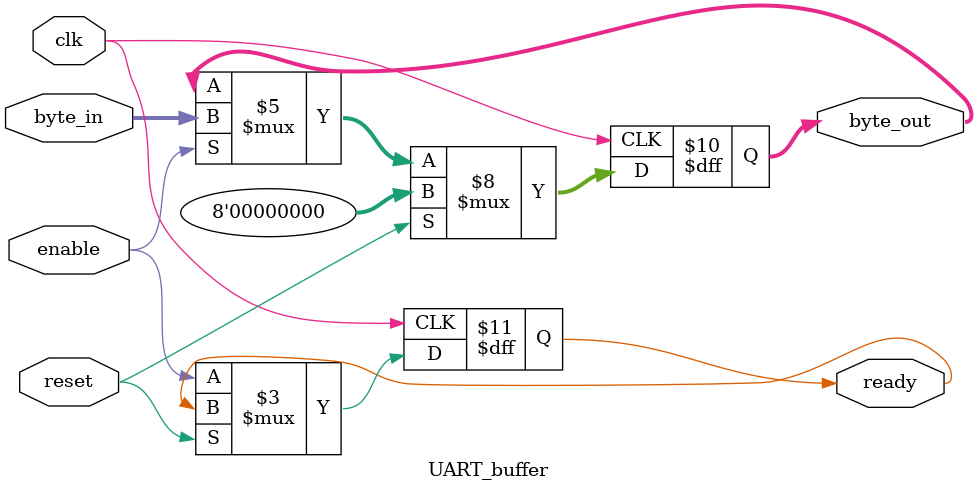
<source format=sv>
module UART_buffer
    (
        input clk,
        input reset,
        input enable,
        input wire [7:0] byte_in,
        output reg [7:0] byte_out,
        output reg ready
    );

    always @(posedge clk) begin
        if (reset) begin
            byte_out <= '0;
        end else begin
            ready <= enable;
            if (enable) begin
                byte_out <= byte_in;
            end
        end
    end
    
endmodule
</source>
